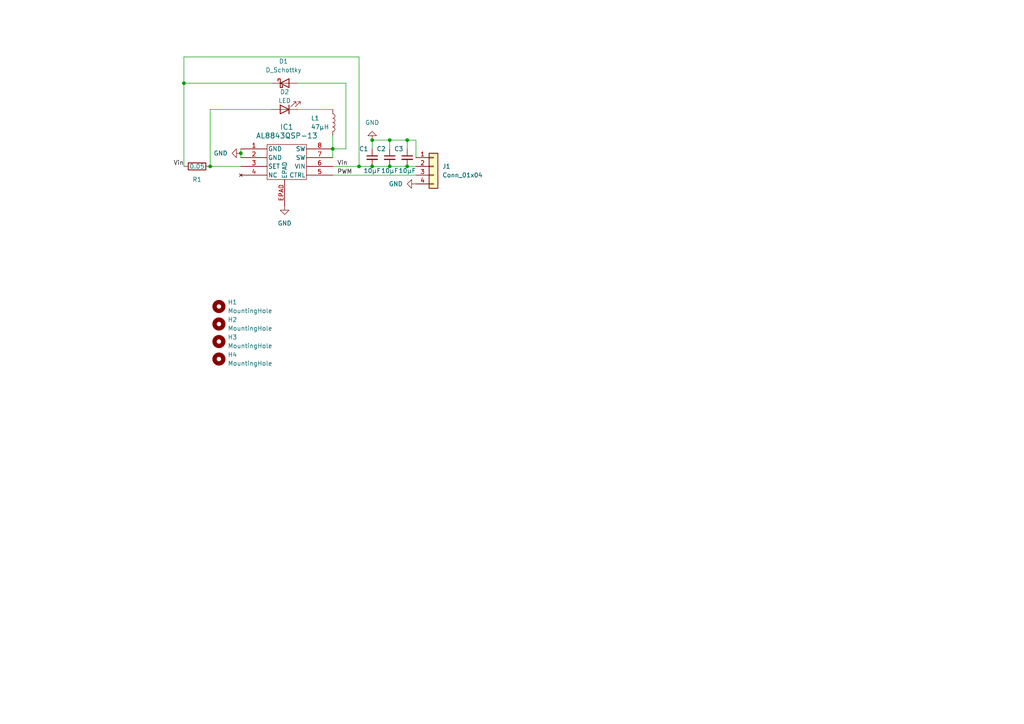
<source format=kicad_sch>
(kicad_sch (version 20230121) (generator eeschema)
  (paper "A4")
  (lib_symbols
    (symbol "Connector_Generic:Conn_01x04" (pin_names (offset 1.016) hide)
      (property "Reference" "J" (at 0 5.08 0))
      (property "Value" "Conn_01x04" (at 0 -7.62 0))
      (symbol "Conn_01x04_1_1"
        (rectangle (start -1.27 -4.953) (end 0 -5.207) (stroke (width 0.1524)))
        (rectangle (start -1.27 -2.413) (end 0 -2.667) (stroke (width 0.1524)))
        (rectangle (start -1.27 0.127) (end 0 -0.127) (stroke (width 0.1524)))
        (rectangle (start -1.27 2.667) (end 0 2.413) (stroke (width 0.1524)))
        (rectangle (start -1.27 3.81) (end 1.27 -6.35) (stroke (width 0.254)) (fill (type background)))
        (pin passive line (at -5.08 2.54 0) (length 3.81) (name "Pin_1") (number "1"))
        (pin passive line (at -5.08 0 0) (length 3.81) (name "Pin_2") (number "2"))
        (pin passive line (at -5.08 -2.54 0) (length 3.81) (name "Pin_3") (number "3"))
        (pin passive line (at -5.08 -5.08 0) (length 3.81) (name "Pin_4") (number "4"))
      )
    )
    (symbol "Custom:AL8843QSP-13" (pin_names (offset 0.254))
      (property "Reference" "IC" (at 20.32 10.16 0))
      (property "Value" "AL8843QSP-13" (at 20.32 7.62 0))
      (symbol "AL8843QSP-13_0_1"
        (pin power_out line (at 0 0 0) (length 7.62) (name "GND") (number "1"))
        (pin power_out line (at 0 -2.54 0) (length 7.62) (name "GND") (number "2"))
        (pin unspecified line (at 0 -5.08 0) (length 7.62) (name "SET") (number "3"))
        (pin no_connect line (at 0 -7.62 0) (length 7.62) (name "NC") (number "4"))
        (pin unspecified line (at 26.67 -7.62 180) (length 7.62) (name "CTRL") (number "5"))
        (pin unspecified line (at 26.67 -5.08 180) (length 7.62) (name "VIN") (number "6"))
        (pin unspecified line (at 26.67 -2.54 180) (length 7.62) (name "SW") (number "7"))
        (pin unspecified line (at 26.67 0 180) (length 7.62) (name "SW") (number "8"))
      )
      (symbol "AL8843QSP-13_1_1"
        (rectangle (start 7.62 1.27) (end 19.05 -8.89))
        (pin unspecified line (at 12.7 -16.51 90) (length 7.62) (name "EPAD") (number "EPAD"))
      )
    )
    (symbol "Device:C_Small" (pin_numbers hide) (pin_names (offset 0.254) hide)
      (property "Reference" "C" (at 0.254 1.778 0))
      (property "Value" "C_Small" (at 0.254 -2.032 0))
      (symbol "C_Small_0_1"
        (polyline (pts (xy -1.524 -0.508) (xy 1.524 -0.508)) (stroke (width 0.3302)))
        (polyline (pts (xy -1.524 0.508) (xy 1.524 0.508)) (stroke (width 0.3048)))
      )
      (symbol "C_Small_1_1"
        (pin passive line (at 0 2.54 270) (length 2.032) (name "~") (number "1"))
        (pin passive line (at 0 -2.54 90) (length 2.032) (name "~") (number "2"))
      )
    )
    (symbol "Device:D_Schottky" (pin_numbers hide) (pin_names (offset 1.016) hide)
      (property "Reference" "D" (at 0 2.54 0))
      (property "Value" "D_Schottky" (at 0 -2.54 0))
      (symbol "D_Schottky_0_1"
        (polyline (pts (xy 1.27 0) (xy -1.27 0)))
        (polyline (pts (xy 1.27 1.27) (xy 1.27 -1.27) (xy -1.27 0) (xy 1.27 1.27)) (stroke (width 0.254)))
        (polyline (pts (xy -1.905 0.635) (xy -1.905 1.27) (xy -1.27 1.27) (xy -1.27 -1.27) (xy -0.635 -1.27) (xy -0.635 -0.635)) (stroke (width 0.254)))
      )
      (symbol "D_Schottky_1_1"
        (pin passive line (at -3.81 0 0) (length 2.54) (name "K") (number "1"))
        (pin passive line (at 3.81 0 180) (length 2.54) (name "A") (number "2"))
      )
    )
    (symbol "Device:L" (pin_numbers hide) (pin_names (offset 1.016) hide)
      (property "Reference" "L" (at -1.27 0 90))
      (property "Value" "L" (at 1.905 0 90))
      (symbol "L_0_1"
        (arc (start 0 -2.54) (mid 0.6323 -1.905) (end 0 -1.27))
        (arc (start 0 -1.27) (mid 0.6323 -0.635) (end 0 0))
        (arc (start 0 0) (mid 0.6323 0.635) (end 0 1.27))
        (arc (start 0 1.27) (mid 0.6323 1.905) (end 0 2.54))
      )
      (symbol "L_1_1"
        (pin passive line (at 0 3.81 270) (length 1.27) (name "1") (number "1"))
        (pin passive line (at 0 -3.81 90) (length 1.27) (name "2") (number "2"))
      )
    )
    (symbol "Device:LED" (pin_numbers hide) (pin_names (offset 1.016) hide)
      (property "Reference" "D" (at 0 2.54 0))
      (property "Value" "LED" (at 0 -2.54 0))
      (symbol "LED_0_1"
        (polyline (pts (xy -1.27 -1.27) (xy -1.27 1.27)) (stroke (width 0.254)))
        (polyline (pts (xy -1.27 0) (xy 1.27 0)))
        (polyline (pts (xy 1.27 -1.27) (xy 1.27 1.27) (xy -1.27 0) (xy 1.27 -1.27)) (stroke (width 0.254)))
        (polyline (pts (xy -3.048 -0.762) (xy -4.572 -2.286) (xy -3.81 -2.286) (xy -4.572 -2.286) (xy -4.572 -1.524)))
        (polyline (pts (xy -1.778 -0.762) (xy -3.302 -2.286) (xy -2.54 -2.286) (xy -3.302 -2.286) (xy -3.302 -1.524)))
      )
      (symbol "LED_1_1"
        (pin passive line (at -3.81 0 0) (length 2.54) (name "K") (number "1"))
        (pin passive line (at 3.81 0 180) (length 2.54) (name "A") (number "2"))
      )
    )
    (symbol "Device:R" (pin_numbers hide) (pin_names (offset 0))
      (property "Reference" "R" (at 2.032 0 90))
      (property "Value" "R" (at 0 0 90))
      (symbol "R_0_1"
        (rectangle (start -1.016 -2.54) (end 1.016 2.54) (stroke (width 0.254)))
      )
      (symbol "R_1_1"
        (pin passive line (at 0 3.81 270) (length 1.27) (name "~") (number "1"))
        (pin passive line (at 0 -3.81 90) (length 1.27) (name "~") (number "2"))
      )
    )
    (symbol "Mechanical:MountingHole" (pin_names (offset 1.016))
      (property "Reference" "H" (at 0 5.08 0))
      (property "Value" "MountingHole" (at 0 3.175 0))
      (symbol "MountingHole_0_1"
        (circle (center 0 0) (radius 1.27) (stroke (width 1.27)))
      )
    )
    (symbol "power:GND" (power) (pin_names (offset 0))
      (property "Value" "GND" (at 0 -3.81 0))
      (symbol "GND_0_1"
        (polyline (pts (xy 0 0) (xy 0 -1.27) (xy 1.27 -1.27) (xy 0 -2.54) (xy -1.27 -1.27) (xy 0 -1.27)))
      )
      (symbol "GND_1_1"
        (pin power_in line (at 0 0 270) (length 0) hide (name "GND") (number "1"))
      )
    )
  )
  (junction (at 96.52 43.18))
  (junction (at 53.34 24.13))
  (junction (at 113.03 48.26))
  (junction (at 60.96 48.26))
  (junction (at 107.95 48.26))
  (junction (at 69.85 44.45))
  (junction (at 113.03 40.64))
  (junction (at 107.95 40.64))
  (junction (at 104.14 48.26))
  (junction (at 118.11 40.64))
  (junction (at 118.11 48.26))
  (wire (pts (xy 53.34 24.13) (xy 78.74 24.13)))
  (wire (pts (xy 78.74 31.75) (xy 60.96 31.75)))
  (wire (pts (xy 60.96 48.26) (xy 69.85 48.26)))
  (wire (pts (xy 113.03 40.64) (xy 113.03 43.18)))
  (wire (pts (xy 104.14 48.26) (xy 104.14 16.51)))
  (wire (pts (xy 86.36 24.13) (xy 100.33 24.13)))
  (wire (pts (xy 107.95 40.64) (xy 107.95 43.18)))
  (wire (pts (xy 113.03 48.26) (xy 118.11 48.26)))
  (wire (pts (xy 113.03 40.64) (xy 118.11 40.64)))
  (wire (pts (xy 69.85 43.18) (xy 69.85 44.45)))
  (wire (pts (xy 104.14 48.26) (xy 107.95 48.26)))
  (wire (pts (xy 96.52 48.26) (xy 104.14 48.26)))
  (wire (pts (xy 107.95 48.26) (xy 113.03 48.26)))
  (wire (pts (xy 120.65 40.64) (xy 120.65 45.72)))
  (wire (pts (xy 118.11 40.64) (xy 120.65 40.64)))
  (wire (pts (xy 60.96 31.75) (xy 60.96 48.26)))
  (wire (pts (xy 118.11 48.26) (xy 120.65 48.26)))
  (wire (pts (xy 86.36 31.75) (xy 96.52 31.75)))
  (wire (pts (xy 96.52 39.37) (xy 96.52 43.18)))
  (wire (pts (xy 69.85 44.45) (xy 69.85 45.72)))
  (wire (pts (xy 96.52 43.18) (xy 96.52 45.72)))
  (wire (pts (xy 118.11 40.64) (xy 118.11 43.18)))
  (wire (pts (xy 104.14 16.51) (xy 53.34 16.51)))
  (wire (pts (xy 107.95 40.64) (xy 113.03 40.64)))
  (wire (pts (xy 96.52 50.8) (xy 120.65 50.8)))
  (wire (pts (xy 100.33 24.13) (xy 100.33 43.18)))
  (wire (pts (xy 100.33 43.18) (xy 96.52 43.18)))
  (wire (pts (xy 53.34 48.26) (xy 53.34 24.13)))
  (wire (pts (xy 53.34 16.51) (xy 53.34 24.13)))
  (label "Vin" (at 53.34 48.26 180))
  (label "Vin" (at 97.79 48.26 0))
  (label "PWM" (at 97.79 50.8 0))
  (symbol (lib_id "Connector_Generic:Conn_01x04") (at 125.73 48.26 0) (unit 1)
    (property "Reference" "J1" (at 128.27 48.26 0) (effects (justify left)))
    (property "Value" "Conn_01x04" (at 128.27 50.8 0) (effects (justify left)))
    (property "Footprint" "Custom:SAMTEC_SSM-104-L-SH" (effects hide))
    (property "Datasheet" "https://suddendocs.samtec.com/prints/ssm-1xx-xxx-xx-xx-xx-xx-x-xx-mkt.pdf" (effects hide))
    (property "Manufacturer" "SSM-104-F-SH-TR" (effects hide))
    (property "Part" "SSM-104-F-SH-TR" (effects hide))
  )
  (symbol (lib_id "Device:C_Small") (at 113.03 45.72 0) (unit 1)
    (property "Reference" "C2" (at 109.22 43.18 0) (effects (justify left)))
    (property "Value" "10μF" (at 110.49 49.53 0) (effects (justify left)))
    (property "Footprint" "Capacitor_SMD:C_0603_1608Metric" (effects hide))
    (property "Datasheet" "https://search.murata.co.jp/Ceramy/image/img/A01X/G101/ENG/GRM188R6YA106MA73-01A.pdf" (effects hide))
    (property "Manufacturer" "Murata Electronics" (effects hide))
    (property "Part" "GRM188R6YA106MA73D" (effects hide))
  )
  (symbol (lib_id "Device:C_Small") (at 118.11 45.72 0) (unit 1)
    (property "Reference" "C3" (at 114.3 43.18 0) (effects (justify left)))
    (property "Value" "10μF" (at 115.57 49.53 0) (effects (justify left)))
    (property "Footprint" "Capacitor_SMD:C_0603_1608Metric" (effects hide))
    (property "Datasheet" "https://search.murata.co.jp/Ceramy/image/img/A01X/G101/ENG/GRM188R6YA106MA73-01A.pdf" (effects hide))
    (property "Manufacturer" "Murata Electronics" (effects hide))
    (property "Part" "GRM188R6YA106MA73D" (effects hide))
  )
  (symbol (lib_id "Mechanical:MountingHole") (at 63.5 99.06 0) (unit 1)
    (property "Reference" "H3" (at 66.04 97.79 0) (effects (justify left)))
    (property "Value" "MountingHole" (at 66.04 100.33 0) (effects (justify left)))
    (property "Footprint" "Custom:6MM NPTH" (effects hide))
  )
  (symbol (lib_id "power:GND") (at 107.95 40.64 180) (unit 1)
    (property "Reference" "#PWR05" (effects hide))
    (property "Value" "GND" (at 107.95 35.56 0))
  )
  (symbol (lib_id "Custom:AL8843QSP-13") (at 69.85 43.18 0) (unit 1)
    (property "Reference" "IC1" (at 83.185 36.83 0) (effects (font (size 1.524 1.524))))
    (property "Value" "AL8843QSP-13" (at 83.185 39.37 0) (effects (font (size 1.524 1.524))))
    (property "Footprint" "Custom:SO-8EP_3P9X4P95_DIO" (effects hide))
    (property "Datasheet" "https://www.diodes.com/assets/Datasheets/AL8843Q.pdf" (effects hide))
    (property "Manufacturer" "Diodes Incorporated" (effects hide))
    (property "Part" "AL8843QSP-13" (effects hide))
  )
  (symbol (lib_id "power:GND") (at 69.85 44.45 270) (unit 1)
    (property "Reference" "#PWR02" (effects hide))
    (property "Value" "GND" (at 66.04 44.45 90) (effects (justify right)))
  )
  (symbol (lib_id "Device:C_Small") (at 107.95 45.72 0) (unit 1)
    (property "Reference" "C1" (at 104.14 43.18 0) (effects (justify left)))
    (property "Value" "10μF" (at 105.41 49.53 0) (effects (justify left)))
    (property "Footprint" "Capacitor_SMD:C_0603_1608Metric" (effects hide))
    (property "Datasheet" "https://search.murata.co.jp/Ceramy/image/img/A01X/G101/ENG/GRM188R6YA106MA73-01A.pdf" (effects hide))
    (property "Manufacturer" "Murata Electronics" (effects hide))
    (property "Part" "GRM188R6YA106MA73D" (effects hide))
  )
  (symbol (lib_id "Device:R") (at 57.15 48.26 270) (unit 1)
    (property "Reference" "R1" (at 57.15 52.07 90))
    (property "Value" "0.05" (at 57.15 48.26 90))
    (property "Footprint" "Resistor_SMD:R_1206_3216Metric" (effects hide))
    (property "Datasheet" "https://www.ohmite.com/assets/docs/res_mcs.pdf?r=false" (effects hide))
    (property "Manufacturer" "Ohmite" (effects hide))
    (property "Part" "MCS1632R050FER" (effects hide))
  )
  (symbol (lib_id "Device:L") (at 96.52 35.56 0) (unit 1)
    (property "Reference" "L1" (at 90.17 34.29 0) (effects (justify left)))
    (property "Value" "47μH" (at 90.17 36.83 0) (effects (justify left)))
    (property "Footprint" "Custom:SRP1038A-220M_BRN" (effects hide))
    (property "Datasheet" "https://www.bourns.com/docs/Product-Datasheets/SRP1038A.pdf" (effects hide))
    (property "Manufacturer" "Bourns Inc." (effects hide))
    (property "Part" "SRP1038A-470M" (effects hide))
  )
  (symbol (lib_id "Device:LED") (at 82.55 31.75 180) (unit 1)
    (property "Reference" "D2" (at 82.55 26.67 0))
    (property "Value" "LED" (at 82.55 29.21 0))
    (property "Footprint" "Custom:LED_SST-20-DR" (effects hide))
    (property "Datasheet" "https://download.luminus.com/datasheets/Luminus_SST-20-DRH_Gen3_Datasheet.pdf" (effects hide))
    (property "Manufacturer" "Luminus Devices Inc." (effects hide))
    (property "Part" "SST-20-DR-B120H-AA660" (effects hide))
  )
  (symbol (lib_id "power:GND") (at 82.55 59.69 0) (unit 1)
    (property "Reference" "#PWR01" (effects hide))
    (property "Value" "GND" (at 82.55 64.77 0))
  )
  (symbol (lib_id "Mechanical:MountingHole") (at 63.5 104.14 0) (unit 1)
    (property "Reference" "H4" (at 66.04 102.87 0) (effects (justify left)))
    (property "Value" "MountingHole" (at 66.04 105.41 0) (effects (justify left)))
    (property "Footprint" "Custom:6MM NPTH" (effects hide))
  )
  (symbol (lib_id "Mechanical:MountingHole") (at 63.5 88.9 0) (unit 1)
    (property "Reference" "H1" (at 66.04 87.63 0) (effects (justify left)))
    (property "Value" "MountingHole" (at 66.04 90.17 0) (effects (justify left)))
    (property "Footprint" "Custom:6MM NPTH" (effects hide))
  )
  (symbol (lib_id "power:GND") (at 120.65 53.34 270) (unit 1)
    (property "Reference" "#PWR03" (effects hide))
    (property "Value" "GND" (at 116.84 53.34 90) (effects (justify right)))
  )
  (symbol (lib_id "Mechanical:MountingHole") (at 63.5 93.98 0) (unit 1)
    (property "Reference" "H2" (at 66.04 92.71 0) (effects (justify left)))
    (property "Value" "MountingHole" (at 66.04 95.25 0) (effects (justify left)))
    (property "Footprint" "Custom:6MM NPTH" (effects hide))
  )
  (symbol (lib_id "Device:D_Schottky") (at 82.55 24.13 0) (unit 1)
    (property "Reference" "D1" (at 82.2325 17.78 0))
    (property "Value" "D_Schottky" (at 82.2325 20.32 0))
    (property "Footprint" "Custom:D_SOD-128" (effects hide))
    (property "Datasheet" "https://assets.nexperia.com/documents/data-sheet/PMEG10030ELP.pdf" (effects hide))
    (property "Manufacturer" "Nexperia USA Inc." (effects hide))
    (property "Part" "PMEG10030ELPX" (effects hide))
  )
)
</source>
